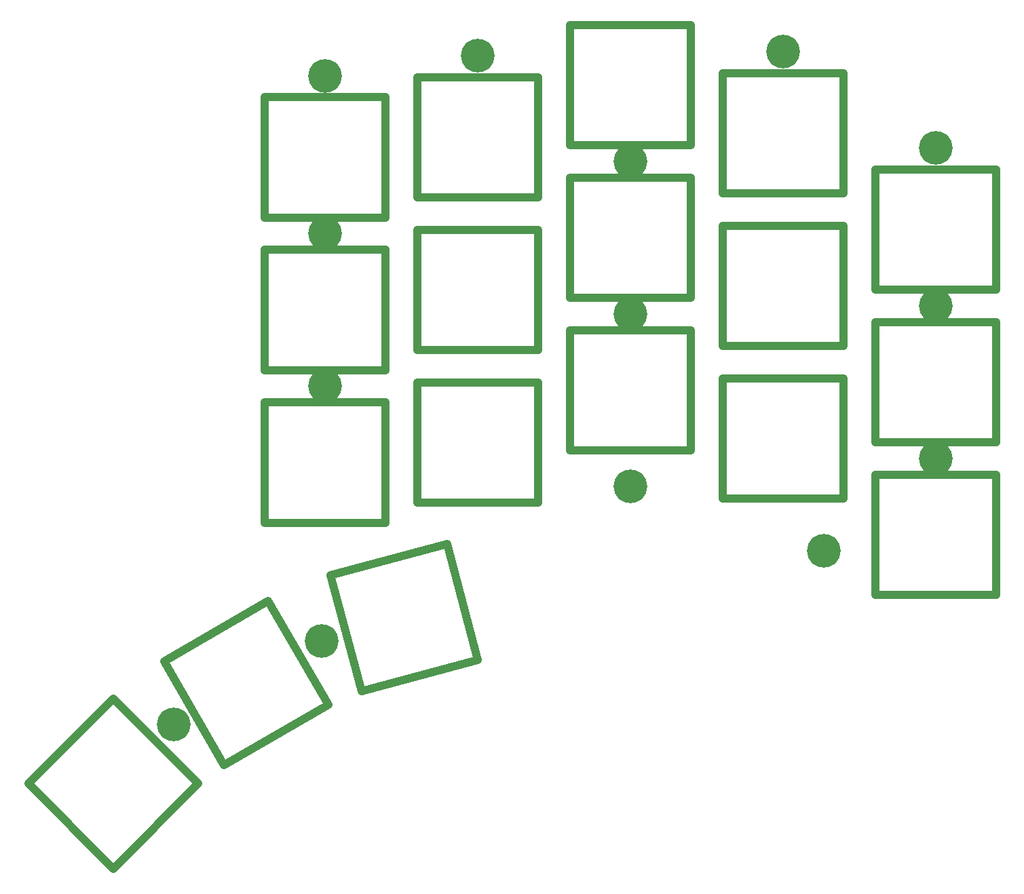
<source format=gts>
%TF.GenerationSoftware,KiCad,Pcbnew,7.0.7-2.fc38*%
%TF.CreationDate,2023-10-04T19:56:36+05:30*%
%TF.ProjectId,top_plate_niz,746f705f-706c-4617-9465-5f6e697a2e6b,rev?*%
%TF.SameCoordinates,Original*%
%TF.FileFunction,Soldermask,Top*%
%TF.FilePolarity,Negative*%
%FSLAX46Y46*%
G04 Gerber Fmt 4.6, Leading zero omitted, Abs format (unit mm)*
G04 Created by KiCad (PCBNEW 7.0.7-2.fc38) date 2023-10-04 19:56:36*
%MOMM*%
%LPD*%
G01*
G04 APERTURE LIST*
%ADD10C,1.000000*%
%ADD11C,4.200000*%
G04 APERTURE END LIST*
D10*
%TO.C,SW111*%
X133406339Y-100460495D02*
X148406339Y-100460495D01*
X148406339Y-100460495D02*
X148406339Y-85460495D01*
X148406339Y-85460495D02*
X133406339Y-85460495D01*
X133406339Y-85460495D02*
X133406339Y-100460495D01*
%TO.C,SW103*%
X95306345Y-44359995D02*
X110306345Y-44359995D01*
X110306345Y-44359995D02*
X110306345Y-29359995D01*
X110306345Y-29359995D02*
X95306345Y-29359995D01*
X95306345Y-29359995D02*
X95306345Y-44359995D01*
%TO.C,SW105*%
X57206339Y-53359993D02*
X72206339Y-53359993D01*
X72206339Y-53359993D02*
X72206339Y-38359993D01*
X72206339Y-38359993D02*
X57206339Y-38359993D01*
X57206339Y-38359993D02*
X57206339Y-53359993D01*
%TO.C,SW104*%
X76256340Y-50860003D02*
X91256340Y-50860003D01*
X91256340Y-50860003D02*
X91256340Y-35860003D01*
X91256340Y-35860003D02*
X76256340Y-35860003D01*
X76256340Y-35860003D02*
X76256340Y-50860003D01*
%TO.C,SW116*%
X48902979Y-124047384D02*
X38296377Y-134653986D01*
X38296377Y-134653986D02*
X27689775Y-124047384D01*
X27689775Y-124047384D02*
X38296377Y-113440782D01*
X38296377Y-113440782D02*
X48902979Y-124047384D01*
%TO.C,SW114*%
X76256343Y-88959993D02*
X91256343Y-88959993D01*
X91256343Y-88959993D02*
X91256343Y-73959993D01*
X91256343Y-73959993D02*
X76256343Y-73959993D01*
X76256343Y-73959993D02*
X76256343Y-88959993D01*
%TO.C,SW107*%
X114356339Y-69410496D02*
X129356339Y-69410496D01*
X129356339Y-69410496D02*
X129356339Y-54410496D01*
X129356339Y-54410496D02*
X114356339Y-54410496D01*
X114356339Y-54410496D02*
X114356339Y-69410496D01*
%TO.C,SW102*%
X114356343Y-50360499D02*
X129356343Y-50360499D01*
X129356343Y-50360499D02*
X129356343Y-35360499D01*
X129356343Y-35360499D02*
X114356343Y-35360499D01*
X114356343Y-35360499D02*
X114356343Y-50360499D01*
%TO.C,SW118*%
X83788884Y-108603996D02*
X69299996Y-112486282D01*
X69299996Y-112486282D02*
X65417710Y-97997394D01*
X65417710Y-97997394D02*
X79906598Y-94115108D01*
X79906598Y-94115108D02*
X83788884Y-108603996D01*
%TO.C,SW109*%
X76256338Y-69909992D02*
X91256338Y-69909992D01*
X91256338Y-69909992D02*
X91256338Y-54909992D01*
X91256338Y-54909992D02*
X76256338Y-54909992D01*
X76256338Y-54909992D02*
X76256338Y-69909992D01*
%TO.C,SW112*%
X114356338Y-88460495D02*
X129356338Y-88460495D01*
X129356338Y-88460495D02*
X129356338Y-73460495D01*
X129356338Y-73460495D02*
X114356338Y-73460495D01*
X114356338Y-73460495D02*
X114356338Y-88460495D01*
%TO.C,SW117*%
X65101568Y-114225575D02*
X52111187Y-121725575D01*
X52111187Y-121725575D02*
X44611186Y-108735193D01*
X44611186Y-108735193D02*
X57601567Y-101235193D01*
X57601567Y-101235193D02*
X65101568Y-114225575D01*
%TO.C,SW108*%
X95306341Y-63409999D02*
X110306341Y-63409999D01*
X110306341Y-63409999D02*
X110306341Y-48409999D01*
X110306341Y-48409999D02*
X95306341Y-48409999D01*
X95306341Y-48409999D02*
X95306341Y-63409999D01*
%TO.C,SW106*%
X133406336Y-81410494D02*
X148406336Y-81410494D01*
X148406336Y-81410494D02*
X148406336Y-66410494D01*
X148406336Y-66410494D02*
X133406336Y-66410494D01*
X133406336Y-66410494D02*
X133406336Y-81410494D01*
%TO.C,SW101*%
X133406348Y-62360496D02*
X148406348Y-62360496D01*
X148406348Y-62360496D02*
X148406348Y-47360496D01*
X148406348Y-47360496D02*
X133406348Y-47360496D01*
X133406348Y-47360496D02*
X133406348Y-62360496D01*
%TO.C,SW115*%
X57206339Y-91459995D02*
X72206339Y-91459995D01*
X72206339Y-91459995D02*
X72206339Y-76459995D01*
X72206339Y-76459995D02*
X57206339Y-76459995D01*
X57206339Y-76459995D02*
X57206339Y-91459995D01*
%TO.C,SW113*%
X95306340Y-82459989D02*
X110306340Y-82459989D01*
X110306340Y-82459989D02*
X110306340Y-67459989D01*
X110306340Y-67459989D02*
X95306340Y-67459989D01*
X95306340Y-67459989D02*
X95306340Y-82459989D01*
%TO.C,SW110*%
X57206340Y-72409997D02*
X72206340Y-72409997D01*
X72206340Y-72409997D02*
X72206340Y-57409997D01*
X72206340Y-57409997D02*
X57206340Y-57409997D01*
X57206340Y-57409997D02*
X57206340Y-72409997D01*
%TD*%
D11*
%TO.C,H103*%
X140906339Y-83435489D03*
%TD*%
%TO.C,H102*%
X140906350Y-64385490D03*
%TD*%
%TO.C,H18*%
X45829990Y-116671093D03*
%TD*%
%TO.C,H110*%
X64706339Y-35666056D03*
%TD*%
%TO.C,H108*%
X102806338Y-86959989D03*
%TD*%
%TO.C,H105*%
X126906338Y-94960499D03*
%TD*%
%TO.C,H112*%
X64706342Y-74434994D03*
%TD*%
%TO.C,H113*%
X64247990Y-106243093D03*
%TD*%
%TO.C,H104*%
X121856340Y-32666056D03*
%TD*%
%TO.C,H107*%
X102806347Y-65434996D03*
%TD*%
%TO.C,H101*%
X140906345Y-44666058D03*
%TD*%
%TO.C,H109*%
X83756337Y-33166058D03*
%TD*%
%TO.C,H111*%
X64706336Y-55384996D03*
%TD*%
%TO.C,H106*%
X102806346Y-46384994D03*
%TD*%
M02*

</source>
